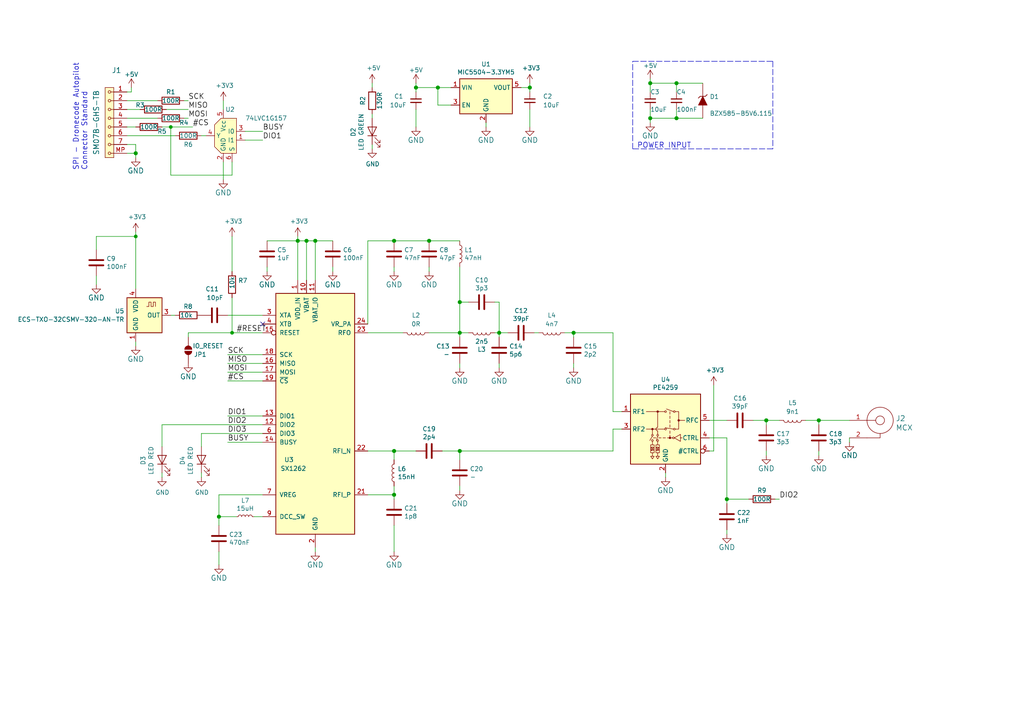
<source format=kicad_sch>
(kicad_sch (version 20231120) (generator "eeschema") (generator_version "8.0")
  (paper "A4")
  (title_block (title "TFLORA01B") (date "2022-01-11") (company "ThunderFly s.r.o.") (comment 2 "LoRa telemetry  module") (comment 3 "info@thunderfly.cz") (comment 4 "GPL 3.0") (comment 6 "jacho,cernohorsky"))
  (lib_symbols
    (symbol "Device:C" (pin_numbers hide) (pin_names (offset 0.254))
      (property "Reference" "C" (at 0.635 2.54 0))
      (property "Value" "C" (at 0.635 -2.54 0))
      (symbol "C_1_1"
        (pin passive line (at 0 3.81 270) (length 2.794) (name "~") (number "1"))
        (pin passive line (at 0 -3.81 90) (length 2.794) (name "~") (number "2"))
      )
    )
    (symbol "Device:LED" (pin_numbers hide) (pin_names (offset 1.016) hide)
      (property "Reference" "D" (at 0 2.54 0))
      (property "Value" "LED" (at 0 -2.54 0))
      (symbol "LED_1_1"
        (pin passive line (at -3.81 0 0) (length 2.54) (name "K") (number "1"))
        (pin passive line (at 3.81 0 180) (length 2.54) (name "A") (number "2"))
      )
    )
    (symbol "Device:R" (pin_numbers hide) (pin_names (offset 0))
      (property "Reference" "R" (at 2.032 0 90))
      (property "Value" "R" (at 0 0 90))
      (symbol "R_1_1"
        (pin passive line (at 0 3.81 270) (length 1.27) (name "~") (number "1"))
        (pin passive line (at 0 -3.81 90) (length 1.27) (name "~") (number "2"))
      )
    )
    (symbol "ISM02A-rescue:C-Device-ISM02A-rescue" (pin_numbers hide) (pin_names (offset 0.254))
      (property "Reference" "C" (at 0.635 2.54 0))
      (property "Value" "C-Device-ISM02A-rescue" (at 0.635 -2.54 0))
      (symbol "C-Device-ISM02A-rescue_1_1"
        (pin passive line (at 0 3.81 270) (length 2.794) (name "~") (number "1"))
        (pin passive line (at 0 -3.81 90) (length 2.794) (name "~") (number "2"))
      )
    )
    (symbol "ISM02A-rescue:C_Small-Device-ISM02A-rescue" (pin_numbers hide) (pin_names (offset 0.254) hide)
      (property "Reference" "C" (at 0.254 1.778 0))
      (property "Value" "C_Small-Device-ISM02A-rescue" (at 0.254 -2.032 0))
      (symbol "C_Small-Device-ISM02A-rescue_1_1"
        (pin passive line (at 0 2.54 270) (length 2.032) (name "~") (number "1"))
        (pin passive line (at 0 -2.54 90) (length 2.032) (name "~") (number "2"))
      )
    )
    (symbol "ISM02A-rescue:L-Device-ISM02A-rescue" (pin_numbers hide) (pin_names (offset 1.016) hide)
      (property "Reference" "L" (at -1.27 0 90))
      (property "Value" "L-Device-ISM02A-rescue" (at 1.905 0 90))
      (symbol "L-Device-ISM02A-rescue_1_1"
        (pin passive line (at 0 3.81 270) (length 1.27) (name "1") (number "1"))
        (pin passive line (at 0 -3.81 90) (length 1.27) (name "2") (number "2"))
      )
    )
    (symbol "ISM02A-rescue:L_Small-Device-ISM02A-rescue" (pin_numbers hide) (pin_names (offset 0.254) hide)
      (property "Reference" "L" (at 0.762 1.016 0))
      (property "Value" "L_Small-Device-ISM02A-rescue" (at 0.762 -1.016 0))
      (symbol "L_Small-Device-ISM02A-rescue_1_1"
        (pin passive line (at 0 2.54 270) (length 0.508) (name "~") (number "1"))
        (pin passive line (at 0 -2.54 90) (length 0.508) (name "~") (number "2"))
      )
    )
    (symbol "ISM02A-rescue:MIC5504-3.3YM5-Regulator_Linear-ISM02A-rescue"
      (property "Reference" "U" (at -7.62 8.89 0))
      (property "Value" "MIC5504-3.3YM5-Regulator_Linear-ISM02A-rescue" (at -7.62 6.35 0))
      (symbol "MIC5504-3.3YM5-Regulator_Linear-ISM02A-rescue_1_1"
        (pin power_in line (at -10.16 2.54 0) (length 2.54) (name "VIN") (number "1"))
        (pin power_in line (at 0 -7.62 90) (length 2.54) (name "GND") (number "2"))
        (pin input line (at -10.16 -2.54 0) (length 2.54) (name "EN") (number "3"))
        (pin no_connect line (at 7.62 -2.54 180) (length 2.54) hide (name "NC") (number "4"))
        (pin power_out line (at 10.16 2.54 180) (length 2.54) (name "VOUT") (number "5"))
      )
    )
    (symbol "ISM02A-rescue:R-Device-ISM02A-rescue" (pin_numbers hide) (pin_names (offset 0))
      (property "Reference" "R" (at 2.032 0 90))
      (property "Value" "R-Device-ISM02A-rescue" (at 0 0 90))
      (symbol "R-Device-ISM02A-rescue_1_1"
        (pin passive line (at 0 3.81 270) (length 1.27) (name "~") (number "1"))
        (pin passive line (at 0 -3.81 90) (length 1.27) (name "~") (number "2"))
      )
    )
    (symbol "ISM02A-rescue:SM07B-GHS-TB-MLAB_CONNECTORS_JST-ISM02A-rescue" (pin_names (offset 1.016))
      (property "Reference" "J" (at 0 -11.43 0))
      (property "Value" "SM07B-GHS-TB-MLAB_CONNECTORS_JST-ISM02A-rescue" (at 0 11.43 0))
      (symbol "SM07B-GHS-TB-MLAB_CONNECTORS_JST-ISM02A-rescue_1_1"
        (pin input line (at -5.08 8.89 0) (length 3.81) (name "~") (number "1"))
        (pin input line (at -5.08 6.35 0) (length 3.81) (name "~") (number "2"))
        (pin input line (at -5.08 3.81 0) (length 3.81) (name "~") (number "3"))
        (pin input line (at -5.08 1.27 0) (length 3.81) (name "~") (number "4"))
        (pin input line (at -5.08 -1.27 0) (length 3.81) (name "~") (number "5"))
        (pin input line (at -5.08 -3.81 0) (length 3.81) (name "~") (number "6"))
        (pin input line (at -5.08 -6.35 0) (length 3.81) (name "~") (number "7"))
        (pin input line (at -5.08 -8.89 0) (length 3.81) (name "~") (number "MP"))
      )
    )
    (symbol "ISM02A-rescue:SMA-MLAB_CONNECTORS" (pin_names (offset 1.016))
      (property "Reference" "J" (at 0 5.08 0))
      (property "Value" "SMA-MLAB_CONNECTORS" (at 3.81 -5.08 0))
      (symbol "SMA-MLAB_CONNECTORS_1_1"
        (pin unspecified line (at -8.89 0 0) (length 5.08) (name "~") (number "1"))
        (pin unspecified line (at -8.89 -5.08 0) (length 5.08) (name "~") (number "2"))
      )
    )
    (symbol "ISM02A-rescue:SX1262-MLAB_IO-ISM02A-rescue" (pin_names (offset 1.016))
      (property "Reference" "U" (at -15.24 25.4 0))
      (property "Value" "SX1262-MLAB_IO-ISM02A-rescue" (at -15.24 22.86 0))
      (symbol "SX1262-MLAB_IO-ISM02A-rescue_1_1"
        (pin power_in line (at -5.08 25.4 270) (length 3.81) (name "VDD_IN") (number "1"))
        (pin power_in line (at -2.54 25.4 270) (length 3.81) (name "VBAT") (number "10"))
        (pin power_in line (at 0 25.4 270) (length 3.81) (name "VBAT_IO") (number "11"))
        (pin bidirectional line (at -15.24 -16.51 0) (length 3.81) (name "DIO2") (number "12"))
        (pin bidirectional line (at -15.24 -13.97 0) (length 3.81) (name "DIO1") (number "13"))
        (pin passive line (at -15.24 -21.59 0) (length 3.81) (name "BUSY") (number "14"))
        (pin input inverted (at -15.24 10.16 0) (length 3.81) (name "RESET") (number "15"))
        (pin output line (at -15.24 1.27 0) (length 3.81) (name "MISO") (number "16"))
        (pin input line (at -15.24 -1.27 0) (length 3.81) (name "MOSI") (number "17"))
        (pin input line (at -15.24 3.81 0) (length 3.81) (name "SCK") (number "18"))
        (pin input line (at -15.24 -3.81 0) (length 3.81) (name "~{CS}") (number "19"))
        (pin power_in line (at 0 -52.07 90) (length 3.81) (name "GND") (number "2"))
        (pin passive line (at 0 -52.07 90) (length 3.81) hide (name "GND") (number "20"))
        (pin input line (at 15.24 -36.83 180) (length 3.81) (name "RFI_P") (number "21"))
        (pin input line (at 15.24 -24.13 180) (length 3.81) (name "RFI_N") (number "22"))
        (pin output line (at 15.24 10.16 180) (length 3.81) (name "RFO") (number "23"))
        (pin unspecified line (at 15.24 12.7 180) (length 3.81) (name "VR_PA") (number "24"))
        (pin power_in line (at 0 -52.07 90) (length 3.81) hide (name "GND") (number "25"))
        (pin bidirectional line (at -15.24 15.24 0) (length 3.81) (name "XTA") (number "3"))
        (pin bidirectional line (at -15.24 12.7 0) (length 3.81) (name "XTB") (number "4"))
        (pin passive line (at 0 -52.07 90) (length 3.81) hide (name "GND") (number "5"))
        (pin bidirectional line (at -15.24 -19.05 0) (length 3.81) (name "DIO3") (number "6"))
        (pin passive line (at -15.24 -36.83 0) (length 3.81) (name "VREG") (number "7"))
        (pin passive line (at 0 -52.07 90) (length 3.81) hide (name "GND") (number "8"))
        (pin passive line (at -15.24 -43.18 0) (length 3.81) (name "DCC_SW") (number "9"))
      )
    )
    (symbol "Jumper:SolderJumper_2_Open" (pin_numbers hide) (pin_names (offset 0) hide) (exclude_from_sim yes) (in_bom no)
      (property "Reference" "JP" (at 0 2.032 0))
      (property "Value" "SolderJumper_2_Open" (at 0 -2.54 0))
      (symbol "SolderJumper_2_Open_1_1"
        (pin passive line (at -3.81 0 0) (length 2.54) (name "A") (number "1"))
        (pin passive line (at 3.81 0 180) (length 2.54) (name "B") (number "2"))
      )
    )
    (symbol "MLAB_D:D_ZENER" (pin_numbers hide) (pin_names (offset 1.016) hide)
      (property "Reference" "D" (at 0 2.54 0))
      (property "Value" "D_ZENER" (at 0 -2.54 0))
      (symbol "D_ZENER_1_1"
        (pin passive line (at -5.08 0 0) (length 3.81) (name "K") (number "1"))
        (pin passive line (at 5.08 0 180) (length 3.81) (name "A") (number "2"))
      )
    )
    (symbol "MLAB_IO:74LVC1G157"
      (property "Reference" "U" (at 5.715 -4.445 0))
      (property "Value" "74LVC1G157" (at 8.89 -6.35 0))
      (symbol "74LVC1G157_0_0"
        (pin input line (at -5.08 -1.27 0) (length 2.54) (name "I1") (number "1"))
        (pin power_in line (at 1.27 -7.62 90) (length 2.54) (name "GND") (number "2"))
        (pin input line (at -5.08 1.27 0) (length 2.54) (name "I0") (number "3"))
        (pin output line (at 6.35 0 180) (length 2.54) (name "Y") (number "4"))
        (pin power_in line (at 1.27 7.62 270) (length 2.54) (name "Vcc") (number "5"))
        (pin input line (at -1.27 -7.62 90) (length 2.54) (name "S") (number "6"))
      )
    )
    (symbol "MLAB_IO:PE4259"
      (property "Reference" "U" (at -10.16 11.43 0))
      (property "Value" "PE4259" (at 1.27 11.43 0))
      (symbol "PE4259_0_0"
        (text "50" (at 2.286 -5.715 900) (effects (font (size 0.635 0.635))))
        (text "50" (at 3.81 -5.715 900) (effects (font (size 0.635 0.635))))
      )
      (symbol "PE4259_1_1"
        (pin passive line (at 12.7 5.08 180) (length 2.54) (name "RF1") (number "1"))
        (pin passive line (at 0 -12.7 90) (length 2.54) (name "GND") (number "2"))
        (pin passive line (at 12.7 0 180) (length 2.54) (name "RF2") (number "3"))
        (pin input line (at -12.7 -2.54 0) (length 2.54) (name "CTRL") (number "4"))
        (pin passive line (at -12.7 2.54 0) (length 2.54) (name "RFC") (number "5"))
        (pin input inverted (at -12.7 -6.35 0) (length 2.54) (name "#CTRL") (number "6"))
      )
    )
    (symbol "Oscillator:FT5HN"
      (property "Reference" "U" (at 1.27 11.43 0))
      (property "Value" "FT5HN" (at 2.54 8.89 0))
      (symbol "FT5HN_1_1"
        (pin power_in line (at -2.54 -7.62 90) (length 2.54) (name "GND") (number "1"))
        (pin passive line (at -2.54 -7.62 90) (length 2.54) hide (name "GND") (number "2"))
        (pin output line (at 7.62 0 180) (length 2.54) (name "OUT") (number "3"))
        (pin power_in line (at -2.54 7.62 270) (length 2.54) (name "VDD") (number "4"))
      )
    )
    (symbol "power:+3.3V" (power) (pin_names (offset 0))
      (property "Value" "+3.3V" (at 0 3.556 0))
      (symbol "+3.3V_1_1"
        (pin power_in line (at 0 0 90) (length 0) hide (name "+3V3") (number "1"))
      )
    )
    (symbol "power:+5V" (power) (pin_names (offset 0))
      (property "Value" "+5V" (at 0 3.556 0))
      (symbol "+5V_1_1"
        (pin power_in line (at 0 0 90) (length 0) hide (name "+5V") (number "1"))
      )
    )
    (symbol "power:GND" (power) (pin_names (offset 0))
      (property "Value" "GND" (at 0 -3.81 0))
      (symbol "GND_1_1"
        (pin power_in line (at 0 0 270) (length 0) hide (name "GND") (number "1"))
      )
    )
  )
  (junction (at 188.595 24.13) (diameter 1.016))
  (junction (at 133.35 130.81) (diameter 1.016))
  (junction (at 196.215 34.29) (diameter 1.016))
  (junction (at 153.67 25.4) (diameter 1.016))
  (junction (at 63.5 149.86) (diameter 1.016))
  (junction (at 39.37 44.45) (diameter 1.016))
  (junction (at 67.31 96.52))
  (junction (at 86.36 69.85) (diameter 1.016))
  (junction (at 222.25 121.92) (diameter 1.016))
  (junction (at 49.53 36.83))
  (junction (at 88.9 69.85) (diameter 1.016))
  (junction (at 133.35 87.63) (diameter 1.016))
  (junction (at 166.37 96.52) (diameter 1.016))
  (junction (at 114.3 130.81) (diameter 1.016))
  (junction (at 133.35 96.52) (diameter 1.016))
  (junction (at 127 25.4) (diameter 1.016))
  (junction (at 91.44 69.85) (diameter 1.016))
  (junction (at 188.595 34.29) (diameter 1.016))
  (junction (at 114.3 143.51) (diameter 1.016))
  (junction (at 120.65 25.4) (diameter 1.016))
  (junction (at 210.82 144.78) (diameter 1.016))
  (junction (at 39.37 68.58))
  (junction (at 114.3 69.85) (diameter 1.016))
  (junction (at 144.78 96.52) (diameter 1.016))
  (junction (at 237.49 121.92) (diameter 1.016))
  (junction (at 124.46 69.85) (diameter 1.016))
  (junction (at 196.215 24.13) (diameter 1.016))
  (no_connect (at 76.2 93.98))
  (wire (pts (xy 144.78 105.41) (xy 144.78 106.68)))
  (wire (pts (xy 67.31 68.58) (xy 67.31 78.74)))
  (wire (pts (xy 67.31 96.52) (xy 76.2 96.52)))
  (wire (pts (xy 127 25.4) (xy 120.65 25.4)))
  (wire (pts (xy 143.51 87.63) (xy 144.78 87.63)))
  (wire (pts (xy 196.215 34.29) (xy 203.835 34.29)))
  (wire (pts (xy 210.82 144.78) (xy 217.17 144.78)))
  (wire (pts (xy 140.97 35.56) (xy 140.97 36.83)))
  (wire (pts (xy 58.42 125.73) (xy 76.2 125.73)))
  (wire (pts (xy 67.31 46.99) (xy 67.31 50.8)))
  (wire (pts (xy 106.68 96.52) (xy 116.84 96.52)))
  (wire (pts (xy 154.94 96.52) (xy 156.21 96.52)))
  (wire (pts (xy 66.04 110.49) (xy 76.2 110.49)))
  (wire (pts (xy 193.04 137.16) (xy 193.04 138.43)))
  (wire (pts (xy 64.77 29.21) (xy 64.77 31.75)))
  (wire (pts (xy 166.37 105.41) (xy 166.37 106.68)))
  (wire (pts (xy 76.2 149.86) (xy 73.66 149.86)))
  (wire (pts (xy 71.12 40.64) (xy 76.2 40.64)))
  (wire (pts (xy 205.74 130.81) (xy 207.01 130.81)))
  (wire (pts (xy 207.01 111.76) (xy 207.01 130.81)))
  (polyline (pts (xy 224.155 17.78) (xy 224.155 43.18)) (stroke (width 0) (type dash)))
  (wire (pts (xy 77.47 69.85) (xy 86.36 69.85)))
  (wire (pts (xy 76.2 143.51) (xy 63.5 143.51)))
  (wire (pts (xy 66.04 128.27) (xy 76.2 128.27)))
  (wire (pts (xy 233.68 121.92) (xy 237.49 121.92)))
  (wire (pts (xy 106.68 143.51) (xy 114.3 143.51)))
  (wire (pts (xy 120.65 31.75) (xy 120.65 36.83)))
  (wire (pts (xy 114.3 69.85) (xy 124.46 69.85)))
  (wire (pts (xy 88.9 69.85) (xy 91.44 69.85)))
  (wire (pts (xy 127 30.48) (xy 127 25.4)))
  (wire (pts (xy 177.8 96.52) (xy 177.8 119.38)))
  (wire (pts (xy 177.8 119.38) (xy 180.34 119.38)))
  (wire (pts (xy 133.35 96.52) (xy 135.89 96.52)))
  (wire (pts (xy 86.36 68.58) (xy 86.36 69.85)))
  (wire (pts (xy 144.78 96.52) (xy 144.78 97.79)))
  (wire (pts (xy 153.67 31.75) (xy 153.67 36.83)))
  (wire (pts (xy 133.35 96.52) (xy 124.46 96.52)))
  (wire (pts (xy 54.61 96.52) (xy 67.31 96.52)))
  (wire (pts (xy 196.215 24.13) (xy 188.595 24.13)))
  (wire (pts (xy 120.65 25.4) (xy 120.65 26.67)))
  (wire (pts (xy 133.35 87.63) (xy 135.89 87.63)))
  (wire (pts (xy 48.26 31.75) (xy 54.61 31.75)))
  (wire (pts (xy 127 25.4) (xy 130.81 25.4)))
  (wire (pts (xy 36.83 44.45) (xy 39.37 44.45)))
  (wire (pts (xy 188.595 22.86) (xy 188.595 24.13)))
  (wire (pts (xy 91.44 69.85) (xy 91.44 81.28)))
  (wire (pts (xy 120.65 24.13) (xy 120.65 25.4)))
  (wire (pts (xy 39.37 44.45) (xy 39.37 45.72)))
  (wire (pts (xy 54.61 97.79) (xy 54.61 96.52)))
  (wire (pts (xy 66.04 102.87) (xy 76.2 102.87)))
  (wire (pts (xy 91.44 69.85) (xy 96.52 69.85)))
  (wire (pts (xy 36.83 41.91) (xy 39.37 41.91)))
  (wire (pts (xy 106.68 130.81) (xy 114.3 130.81)))
  (wire (pts (xy 91.44 158.75) (xy 91.44 160.02)))
  (wire (pts (xy 64.77 46.99) (xy 64.77 52.07)))
  (wire (pts (xy 107.95 33.02) (xy 107.95 34.29)))
  (wire (pts (xy 27.94 68.58) (xy 39.37 68.58)))
  (wire (pts (xy 46.99 36.83) (xy 49.53 36.83)))
  (wire (pts (xy 77.47 77.47) (xy 77.47 78.74)))
  (wire (pts (xy 144.78 96.52) (xy 147.32 96.52)))
  (wire (pts (xy 27.94 68.58) (xy 27.94 72.39)))
  (wire (pts (xy 39.37 99.06) (xy 39.37 100.33)))
  (wire (pts (xy 96.52 77.47) (xy 96.52 78.74)))
  (wire (pts (xy 237.49 130.81) (xy 237.49 132.08)))
  (polyline (pts (xy 183.515 43.18) (xy 183.515 17.78)) (stroke (width 0) (type dash)))
  (wire (pts (xy 114.3 143.51) (xy 114.3 144.78)))
  (wire (pts (xy 49.53 50.8) (xy 49.53 36.83)))
  (wire (pts (xy 67.31 86.36) (xy 67.31 96.52)))
  (wire (pts (xy 144.78 87.63) (xy 144.78 96.52)))
  (wire (pts (xy 188.595 34.29) (xy 188.595 35.56)))
  (polyline (pts (xy 183.515 17.78) (xy 224.155 17.78)) (stroke (width 0) (type dash)))
  (wire (pts (xy 36.83 26.67) (xy 38.1 26.67)))
  (wire (pts (xy 114.3 143.51) (xy 114.3 140.97)))
  (wire (pts (xy 128.27 130.81) (xy 133.35 130.81)))
  (wire (pts (xy 166.37 97.79) (xy 166.37 96.52)))
  (wire (pts (xy 163.83 96.52) (xy 166.37 96.52)))
  (wire (pts (xy 36.83 34.29) (xy 45.72 34.29)))
  (wire (pts (xy 210.82 153.67) (xy 210.82 154.94)))
  (wire (pts (xy 46.99 137.16) (xy 46.99 138.43)))
  (wire (pts (xy 196.215 34.29) (xy 188.595 34.29)))
  (wire (pts (xy 188.595 24.13) (xy 188.595 26.67)))
  (wire (pts (xy 107.95 24.13) (xy 107.95 25.4)))
  (wire (pts (xy 88.9 69.85) (xy 88.9 81.28)))
  (wire (pts (xy 133.35 96.52) (xy 133.35 97.79)))
  (wire (pts (xy 133.35 130.81) (xy 133.35 133.35)))
  (polyline (pts (xy 224.155 43.18) (xy 183.515 43.18)) (stroke (width 0) (type dash)))
  (wire (pts (xy 196.215 31.75) (xy 196.215 34.29)))
  (wire (pts (xy 53.34 34.29) (xy 54.61 34.29)))
  (wire (pts (xy 237.49 121.92) (xy 246.38 121.92)))
  (wire (pts (xy 53.34 29.21) (xy 54.61 29.21)))
  (wire (pts (xy 205.74 127) (xy 210.82 127)))
  (wire (pts (xy 210.82 127) (xy 210.82 144.78)))
  (wire (pts (xy 210.82 144.78) (xy 210.82 146.05)))
  (wire (pts (xy 63.5 149.86) (xy 63.5 152.4)))
  (wire (pts (xy 133.35 140.97) (xy 133.35 142.24)))
  (wire (pts (xy 114.3 130.81) (xy 120.65 130.81)))
  (wire (pts (xy 86.36 69.85) (xy 88.9 69.85)))
  (wire (pts (xy 58.42 129.54) (xy 58.42 125.73)))
  (wire (pts (xy 130.81 30.48) (xy 127 30.48)))
  (wire (pts (xy 133.35 130.81) (xy 177.8 130.81)))
  (wire (pts (xy 177.8 124.46) (xy 180.34 124.46)))
  (wire (pts (xy 177.8 130.81) (xy 177.8 124.46)))
  (wire (pts (xy 38.1 26.67) (xy 38.1 25.4)))
  (wire (pts (xy 203.835 24.13) (xy 196.215 24.13)))
  (wire (pts (xy 86.36 69.85) (xy 86.36 81.28)))
  (wire (pts (xy 133.35 77.47) (xy 133.35 87.63)))
  (wire (pts (xy 58.42 39.37) (xy 59.69 39.37)))
  (wire (pts (xy 133.35 105.41) (xy 133.35 106.68)))
  (wire (pts (xy 196.215 24.13) (xy 196.215 26.67)))
  (wire (pts (xy 224.79 144.78) (xy 226.06 144.78)))
  (wire (pts (xy 76.2 91.44) (xy 66.04 91.44)))
  (wire (pts (xy 68.58 149.86) (xy 63.5 149.86)))
  (wire (pts (xy 222.25 123.19) (xy 222.25 121.92)))
  (wire (pts (xy 39.37 41.91) (xy 39.37 44.45)))
  (wire (pts (xy 166.37 96.52) (xy 177.8 96.52)))
  (wire (pts (xy 106.68 69.85) (xy 114.3 69.85)))
  (wire (pts (xy 246.38 127) (xy 246.38 128.27)))
  (wire (pts (xy 39.37 68.58) (xy 39.37 83.82)))
  (wire (pts (xy 107.95 41.91) (xy 107.95 43.18)))
  (wire (pts (xy 58.42 137.16) (xy 58.42 138.43)))
  (wire (pts (xy 67.31 50.8) (xy 49.53 50.8)))
  (wire (pts (xy 218.44 121.92) (xy 222.25 121.92)))
  (wire (pts (xy 46.99 123.19) (xy 76.2 123.19)))
  (wire (pts (xy 151.13 25.4) (xy 153.67 25.4)))
  (wire (pts (xy 106.68 93.98) (xy 106.68 69.85)))
  (wire (pts (xy 237.49 121.92) (xy 237.49 123.19)))
  (wire (pts (xy 27.94 80.01) (xy 27.94 82.55)))
  (wire (pts (xy 153.67 25.4) (xy 153.67 24.13)))
  (wire (pts (xy 39.37 67.31) (xy 39.37 68.58)))
  (wire (pts (xy 63.5 143.51) (xy 63.5 149.86)))
  (wire (pts (xy 124.46 69.85) (xy 133.35 69.85)))
  (wire (pts (xy 46.99 129.54) (xy 46.99 123.19)))
  (wire (pts (xy 124.46 77.47) (xy 124.46 78.74)))
  (wire (pts (xy 114.3 77.47) (xy 114.3 78.74)))
  (wire (pts (xy 66.04 105.41) (xy 76.2 105.41)))
  (wire (pts (xy 66.04 107.95) (xy 76.2 107.95)))
  (wire (pts (xy 49.53 91.44) (xy 50.8 91.44)))
  (wire (pts (xy 49.53 36.83) (xy 55.88 36.83)))
  (wire (pts (xy 36.83 31.75) (xy 40.64 31.75)))
  (wire (pts (xy 66.04 120.65) (xy 76.2 120.65)))
  (wire (pts (xy 114.3 152.4) (xy 114.3 160.02)))
  (wire (pts (xy 143.51 96.52) (xy 144.78 96.52)))
  (wire (pts (xy 71.12 38.1) (xy 76.2 38.1)))
  (wire (pts (xy 188.595 31.75) (xy 188.595 34.29)))
  (wire (pts (xy 114.3 133.35) (xy 114.3 130.81)))
  (wire (pts (xy 222.25 121.92) (xy 226.06 121.92)))
  (wire (pts (xy 205.74 121.92) (xy 210.82 121.92)))
  (wire (pts (xy 63.5 160.02) (xy 63.5 163.83)))
  (wire (pts (xy 133.35 87.63) (xy 133.35 96.52)))
  (wire (pts (xy 36.83 29.21) (xy 45.72 29.21)))
  (wire (pts (xy 153.67 26.67) (xy 153.67 25.4)))
  (wire (pts (xy 36.83 39.37) (xy 50.8 39.37)))
  (wire (pts (xy 36.83 36.83) (xy 39.37 36.83)))
  (wire (pts (xy 222.25 130.81) (xy 222.25 132.08)))
  (text "SPI - Dronecode Autopilot\nConnector Standard" (at 25.4 49.53 90) (effects (font (size 1.524 1.524)) (justify left bottom)))
  (text "POWER INPUT" (at 184.785 43.18 0) (effects (font (size 1.524 1.524)) (justify left bottom)))
  (label "MOSI" (at 66.04 107.95 0) (effects (font (size 1.524 1.524))))
  (label "DIO1" (at 76.2 40.64 0) (effects (font (size 1.524 1.524))))
  (label "MISO" (at 66.04 105.41 0) (effects (font (size 1.524 1.524))))
  (label "BUSY" (at 66.04 128.27 0) (effects (font (size 1.524 1.524))))
  (label "MOSI" (at 54.61 34.29 0) (effects (font (size 1.524 1.524))))
  (label "SCK" (at 66.04 102.87 0) (effects (font (size 1.524 1.524))))
  (label "SCK" (at 54.61 29.21 0) (effects (font (size 1.524 1.524))))
  (label "#CS" (at 55.88 36.83 0) (effects (font (size 1.524 1.524))))
  (label "DIO2" (at 226.06 144.78 0) (effects (font (size 1.524 1.524))))
  (label "#CS" (at 66.04 110.49 0) (effects (font (size 1.524 1.524))))
  (label "DIO1" (at 66.04 120.65 0) (effects (font (size 1.524 1.524))))
  (label "MISO" (at 54.61 31.75 0) (effects (font (size 1.524 1.524))))
  (label "#RESET" (at 68.58 96.52 0) (effects (font (size 1.524 1.524))))
  (label "BUSY" (at 76.2 38.1 0) (effects (font (size 1.524 1.524))))
  (label "DIO2" (at 66.04 123.19 0) (effects (font (size 1.524 1.524))))
  (label "DIO3" (at 66.04 125.73 0) (effects (font (size 1.524 1.524))))
  (symbol (lib_id "power:GND") (at 188.595 35.56 0) (unit 1)
    (property "Reference" "#PWR07" (effects (hide yes)))
    (property "Value" "GND" (at 188.595 39.37 0) (effects (font (size 1.524 1.524))))
  )
  (symbol (lib_id "ISM02A-rescue:C_Small-Device-ISM02A-rescue") (at 196.215 29.21 0) (unit 1)
    (property "Reference" "C4" (at 196.215 26.67 0) (effects (justify left)))
    (property "Value" "100nF" (at 196.215 31.75 0) (effects (justify left)))
    (property "Footprint" "Capacitor_SMD:C_0603_1608Metric" (effects (hide yes)))
    (property "UST_id" "C0805_100n" (effects (hide yes)))
    (property "UST_ID" "5c70984812875079b91f8bf2" (effects (hide yes)))
  )
  (symbol (lib_id "ISM02A-rescue:SX1262-MLAB_IO-ISM02A-rescue") (at 91.44 106.68 0) (unit 1)
    (property "Reference" "U3" (at 83.82 133.35 0))
    (property "Value" "SX1262" (at 85.09 135.89 0))
    (property "Footprint" "Package_DFN_QFN:QFN-24-1EP_4x4mm_P0.5mm_EP2.6x2.6mm_ThermalVias" (effects (hide yes)))
    (property "Datasheet" "https://semtech.my.salesforce.com/sfc/p/#E0000000JelG/a/2R000000HT76/7Nka9W5WgugoZe.xwIHJy6ebj1hW8UJ.USO_Pt2CLLo" (effects (hide yes)))
    (property "UST_ID" "5dad5866128750448eca19a4" (effects (hide yes)))
  )
  (symbol (lib_id "ISM02A-rescue:SMA-MLAB_CONNECTORS") (at 255.27 121.92 0) (unit 1)
    (property "Reference" "J2" (at 259.7912 121.3612 0) (effects (font (size 1.524 1.524)) (justify left)))
    (property "Value" "MCX" (at 259.7912 124.0536 0) (effects (font (size 1.524 1.524)) (justify left)))
    (property "Footprint" "Mlab_CON:MCX_Molex_73415-1061" (effects (hide yes)))
  )
  (symbol (lib_id "power:+5V") (at 188.595 22.86 0) (unit 1)
    (property "Reference" "#PWR01" (effects (hide yes)))
    (property "Value" "+5V" (at 188.595 19.05 0))
  )
  (symbol (lib_id "ISM02A-rescue:C_Small-Device-ISM02A-rescue") (at 188.595 29.21 0) (unit 1)
    (property "Reference" "C3" (at 188.595 26.67 0) (effects (justify left)))
    (property "Value" "10uF" (at 188.595 31.75 0) (effects (justify left)))
    (property "Footprint" "Capacitor_SMD:C_0805_2012Metric" (effects (hide yes)))
    (property "UST_ID" "5c70984812875079b91f8bbe" (effects (hide yes)))
  )
  (symbol (lib_id "ISM02A-rescue:MIC5504-3.3YM5-Regulator_Linear-ISM02A-rescue") (at 140.97 27.94 0) (unit 1)
    (property "Reference" "U1" (at 140.97 18.6182 0))
    (property "Value" "MIC5504-3.3YM5" (at 140.97 20.9296 0))
    (property "Footprint" "Package_TO_SOT_SMD:SOT-23-5" (effects (hide yes)))
    (property "Datasheet" "http://ww1.microchip.com/downloads/en/DeviceDoc/MIC550X.pdf" (effects (hide yes)))
    (property "UST_ID" "5c7255e81287500b4e112ea2" (effects (hide yes)))
  )
  (symbol (lib_id "power:+5V") (at 120.65 24.13 0) (unit 1)
    (property "Reference" "#PWR03" (effects (hide yes)))
    (property "Value" "+5V" (at 120.65 20.32 0))
  )
  (symbol (lib_id "ISM02A-rescue:C_Small-Device-ISM02A-rescue") (at 153.67 29.21 0) (unit 1)
    (property "Reference" "C2" (at 157.48 27.94 0) (effects (justify left)))
    (property "Value" "10uF" (at 157.48 30.48 0) (effects (justify left)))
    (property "Footprint" "Capacitor_SMD:C_0805_2012Metric" (effects (hide yes)))
    (property "UST_ID" "5c70984812875079b91f8bbe" (effects (hide yes)))
  )
  (symbol (lib_id "power:GND") (at 140.97 36.83 0) (unit 1)
    (property "Reference" "#PWR09" (effects (hide yes)))
    (property "Value" "GND" (at 140.97 40.64 0) (effects (font (size 1.524 1.524))))
  )
  (symbol (lib_id "power:GND") (at 153.67 36.83 0) (unit 1)
    (property "Reference" "#PWR010" (effects (hide yes)))
    (property "Value" "GND" (at 153.67 40.64 0) (effects (font (size 1.524 1.524))))
  )
  (symbol (lib_id "ISM02A-rescue:R-Device-ISM02A-rescue") (at 67.31 82.55 0) (unit 1)
    (property "Reference" "R7" (at 69.088 81.3816 0) (effects (justify left)))
    (property "Value" "10k" (at 67.31 83.82 90) (effects (justify left)))
    (property "Footprint" "Resistor_SMD:R_0603_1608Metric" (effects (hide yes)))
    (property "UST_ID" "5c70984512875079b91f8962" (effects (hide yes)))
  )
  (symbol (lib_id "power:+3.3V") (at 153.67 24.13 0) (unit 1)
    (property "Reference" "#PWR04" (effects (hide yes)))
    (property "Value" "+3V3" (at 154.051 19.7358 0))
  )
  (symbol (lib_id "ISM02A-rescue:C-Device-ISM02A-rescue") (at 77.47 73.66 0) (unit 1)
    (property "Reference" "C5" (at 80.391 72.4916 0) (effects (justify left)))
    (property "Value" "1uF" (at 80.391 74.803 0) (effects (justify left)))
    (property "Footprint" "Capacitor_SMD:C_0603_1608Metric" (effects (hide yes)))
    (property "UST_ID" "5c70984812875079b91f8bc2" (effects (hide yes)))
  )
  (symbol (lib_id "power:GND") (at 77.47 78.74 0) (unit 1)
    (property "Reference" "#PWR017" (effects (hide yes)))
    (property "Value" "GND" (at 77.47 82.55 0) (effects (font (size 1.524 1.524))))
  )
  (symbol (lib_id "power:+3.3V") (at 86.36 68.58 0) (unit 1)
    (property "Reference" "#PWR016" (effects (hide yes)))
    (property "Value" "+3V3" (at 86.741 64.1858 0))
  )
  (symbol (lib_id "power:+3.3V") (at 67.31 68.58 0) (unit 1)
    (property "Reference" "#PWR015" (effects (hide yes)))
    (property "Value" "+3V3" (at 67.691 64.1858 0))
  )
  (symbol (lib_id "ISM02A-rescue:C-Device-ISM02A-rescue") (at 62.23 91.44 90) (unit 1)
    (property "Reference" "C11" (at 63.5 83.82 90) (effects (justify left)))
    (property "Value" "10pF" (at 64.77 86.36 90) (effects (justify left)))
    (property "Footprint" "Capacitor_SMD:C_0603_1608Metric" (effects (hide yes)))
  )
  (symbol (lib_id "power:GND") (at 27.94 82.55 0) (unit 1)
    (property "Reference" "#PWR021" (effects (hide yes)))
    (property "Value" "GND" (at 27.94 86.36 0) (effects (font (size 1.524 1.524))))
  )
  (symbol (lib_id "ISM02A-rescue:C-Device-ISM02A-rescue") (at 114.3 73.66 0) (unit 1)
    (property "Reference" "C7" (at 117.221 72.4916 0) (effects (justify left)))
    (property "Value" "47nF" (at 117.221 74.803 0) (effects (justify left)))
    (property "Footprint" "Capacitor_SMD:C_0603_1608Metric" (effects (hide yes)))
    (property "MFPN" "X7R 1% 16V" (effects (hide yes)))
    (property "UST_ID" "5dad51cf128750448eca18d8" (effects (hide yes)))
  )
  (symbol (lib_id "ISM02A-rescue:C-Device-ISM02A-rescue") (at 124.46 73.66 0) (unit 1)
    (property "Reference" "C8" (at 127.381 72.4916 0) (effects (justify left)))
    (property "Value" "47pF" (at 127.381 74.803 0) (effects (justify left)))
    (property "Footprint" "Capacitor_SMD:C_0603_1608Metric" (effects (hide yes)))
    (property "MFPN" "C0G 5% 50V" (effects (hide yes)))
    (property "UST_ID" "5dad5314128750448eca18f7" (effects (hide yes)))
  )
  (symbol (lib_id "ISM02A-rescue:L-Device-ISM02A-rescue") (at 133.35 73.66 0) (unit 1)
    (property "Reference" "L1" (at 134.6962 72.4916 0) (effects (justify left)))
    (property "Value" "47nH" (at 134.6962 74.803 0) (effects (justify left)))
    (property "Footprint" "Inductor_SMD:L_0402_1005Metric" (effects (hide yes)))
    (property "MFPN" "LQW15AN47NJ00D" (effects (hide yes)))
    (property "UST_ID" "5dad56ba128750448eca1968" (effects (hide yes)))
  )
  (symbol (lib_id "ISM02A-rescue:L-Device-ISM02A-rescue") (at 120.65 96.52 90) (mirror x) (unit 1)
    (property "Reference" "L2" (at 120.65 91.44 90))
    (property "Value" "0R" (at 120.65 93.98 90))
    (property "Footprint" "Inductor_SMD:L_0402_1005Metric" (effects (hide yes)))
    (property "UST_ID" "5c70984512875079b91f8949" (effects (hide yes)))
  )
  (symbol (lib_id "ISM02A-rescue:C-Device-ISM02A-rescue") (at 139.7 87.63 270) (unit 1)
    (property "Reference" "C10" (at 139.7 81.2292 90))
    (property "Value" "3p3" (at 139.7 83.5406 90))
    (property "Footprint" "Capacitor_SMD:C_0603_1608Metric" (effects (hide yes)))
    (property "MFPN" "C0G 0,1pF 50V" (effects (hide yes)))
    (property "UST_ID" "5cd09016128750448e45434f" (effects (hide yes)))
  )
  (symbol (lib_id "ISM02A-rescue:L-Device-ISM02A-rescue") (at 139.7 96.52 90) (mirror x) (unit 1)
    (property "Reference" "L3" (at 139.7 101.346 90))
    (property "Value" "2n5" (at 139.7 99.0346 90))
    (property "Footprint" "Inductor_SMD:L_0402_1005Metric" (effects (hide yes)))
    (property "MFPN" "LQW15AN2N5C00D" (effects (hide yes)))
    (property "UST_ID" "5dad56ff128750448eca1975" (effects (hide yes)))
  )
  (symbol (lib_id "ISM02A-rescue:C-Device-ISM02A-rescue") (at 133.35 101.6 0) (mirror y) (unit 1)
    (property "Reference" "C13" (at 130.429 100.4316 0) (effects (justify left)))
    (property "Value" "-" (at 130.429 102.743 0) (effects (justify left)))
    (property "Footprint" "Capacitor_SMD:C_0603_1608Metric" (effects (hide yes)))
  )
  (symbol (lib_id "ISM02A-rescue:C-Device-ISM02A-rescue") (at 144.78 101.6 0) (unit 1)
    (property "Reference" "C14" (at 147.701 100.4316 0) (effects (justify left)))
    (property "Value" "5p6" (at 147.701 102.743 0) (effects (justify left)))
    (property "Footprint" "Capacitor_SMD:C_0603_1608Metric" (effects (hide yes)))
    (property "MFPN" "C0G 0,25pF 50V" (effects (hide yes)))
    (property "UST_ID" "5dad5450128750448eca1919" (effects (hide yes)))
  )
  (symbol (lib_id "ISM02A-rescue:C-Device-ISM02A-rescue") (at 151.13 96.52 270) (unit 1)
    (property "Reference" "C12" (at 151.13 90.1192 90))
    (property "Value" "39pF" (at 151.13 92.4306 90))
    (property "Footprint" "Capacitor_SMD:C_0603_1608Metric" (effects (hide yes)))
    (property "MFPN" "C0G 5% 50V" (effects (hide yes)))
    (property "UST_ID" "5dad549f128750448eca1926" (effects (hide yes)))
  )
  (symbol (lib_id "ISM02A-rescue:L-Device-ISM02A-rescue") (at 160.02 96.52 90) (mirror x) (unit 1)
    (property "Reference" "L4" (at 160.02 91.44 90))
    (property "Value" "4n7" (at 160.02 93.98 90))
    (property "Footprint" "Inductor_SMD:L_0402_1005Metric" (effects (hide yes)))
    (property "MFPN" "LQW15AN4N7C00D" (effects (hide yes)))
    (property "UST_ID" "5dad574f128750448eca1986" (effects (hide yes)))
  )
  (symbol (lib_id "ISM02A-rescue:C-Device-ISM02A-rescue") (at 166.37 101.6 0) (unit 1)
    (property "Reference" "C15" (at 169.291 100.4316 0) (effects (justify left)))
    (property "Value" "2p2" (at 169.291 102.743 0) (effects (justify left)))
    (property "Footprint" "Capacitor_SMD:C_0603_1608Metric" (effects (hide yes)))
    (property "MFPN" "C0G 0,1pF 50V" (effects (hide yes)))
    (property "UST_ID" "5c70984812875079b91f8bdd" (effects (hide yes)))
  )
  (symbol (lib_id "power:GND") (at 114.3 78.74 0) (unit 1)
    (property "Reference" "#PWR019" (effects (hide yes)))
    (property "Value" "GND" (at 114.3 82.55 0) (effects (font (size 1.524 1.524))))
  )
  (symbol (lib_id "power:GND") (at 124.46 78.74 0) (unit 1)
    (property "Reference" "#PWR020" (effects (hide yes)))
    (property "Value" "GND" (at 124.46 82.55 0) (effects (font (size 1.524 1.524))))
  )
  (symbol (lib_id "ISM02A-rescue:C-Device-ISM02A-rescue") (at 96.52 73.66 0) (unit 1)
    (property "Reference" "C6" (at 99.441 72.4916 0) (effects (justify left)))
    (property "Value" "100nF" (at 99.441 74.803 0) (effects (justify left)))
    (property "Footprint" "Capacitor_SMD:C_0603_1608Metric" (effects (hide yes)))
    (property "UST_ID" "5c70984812875079b91f8bf2" (effects (hide yes)))
  )
  (symbol (lib_id "power:GND") (at 96.52 78.74 0) (unit 1)
    (property "Reference" "#PWR018" (effects (hide yes)))
    (property "Value" "GND" (at 96.52 82.55 0) (effects (font (size 1.524 1.524))))
  )
  (symbol (lib_id "ISM02A-rescue:L_Small-Device-ISM02A-rescue") (at 71.12 149.86 90) (unit 1)
    (property "Reference" "L7" (at 71.12 145.161 90))
    (property "Value" "15uH" (at 71.12 147.4724 90))
    (property "Footprint" "Inductor_SMD:L_0805_2012Metric" (effects (hide yes)))
    (property "MFPN" "MLZ2012M150W 0805" (effects (hide yes)))
    (property "UST_ID" "5dad55e8128750448eca1941" (effects (hide yes)))
  )
  (symbol (lib_id "ISM02A-rescue:C-Device-ISM02A-rescue") (at 63.5 156.21 0) (unit 1)
    (property "Reference" "C23" (at 66.421 155.0416 0) (effects (justify left)))
    (property "Value" "470nF" (at 66.421 157.353 0) (effects (justify left)))
    (property "Footprint" "Capacitor_SMD:C_0603_1608Metric" (effects (hide yes)))
    (property "MFPN" "X5R 10% 10V" (effects (hide yes)))
    (property "UST_ID" "5dad50c1128750448eca18c6" (effects (hide yes)))
  )
  (symbol (lib_id "power:GND") (at 63.5 163.83 0) (unit 1)
    (property "Reference" "#PWR038" (effects (hide yes)))
    (property "Value" "GND" (at 63.5 167.64 0) (effects (font (size 1.524 1.524))))
  )
  (symbol (lib_id "power:GND") (at 91.44 160.02 0) (unit 1)
    (property "Reference" "#PWR036" (effects (hide yes)))
    (property "Value" "GND" (at 91.44 163.83 0) (effects (font (size 1.524 1.524))))
  )
  (symbol (lib_id "ISM02A-rescue:C_Small-Device-ISM02A-rescue") (at 120.65 29.21 0) (unit 1)
    (property "Reference" "C1" (at 114.3 27.94 0) (effects (justify left)))
    (property "Value" "10uF" (at 113.03 30.48 0) (effects (justify left)))
    (property "Footprint" "Capacitor_SMD:C_0805_2012Metric" (effects (hide yes)))
    (property "UST_ID" "5c70984812875079b91f8bbe" (effects (hide yes)))
  )
  (symbol (lib_id "power:GND") (at 120.65 36.83 0) (unit 1)
    (property "Reference" "#PWR08" (effects (hide yes)))
    (property "Value" "GND" (at 120.65 40.64 0) (effects (font (size 1.524 1.524))))
  )
  (symbol (lib_id "power:GND") (at 133.35 106.68 0) (unit 1)
    (property "Reference" "#PWR024" (effects (hide yes)))
    (property "Value" "GND" (at 133.35 110.49 0) (effects (font (size 1.524 1.524))))
  )
  (symbol (lib_id "power:GND") (at 144.78 106.68 0) (unit 1)
    (property "Reference" "#PWR025" (effects (hide yes)))
    (property "Value" "GND" (at 144.78 110.49 0) (effects (font (size 1.524 1.524))))
  )
  (symbol (lib_id "power:GND") (at 166.37 106.68 0) (unit 1)
    (property "Reference" "#PWR026" (effects (hide yes)))
    (property "Value" "GND" (at 166.37 110.49 0) (effects (font (size 1.524 1.524))))
  )
  (symbol (lib_id "ISM02A-rescue:L-Device-ISM02A-rescue") (at 114.3 137.16 180) (unit 1)
    (property "Reference" "L6" (at 115.3414 135.9916 0) (effects (justify right)))
    (property "Value" "15nH" (at 115.3414 138.303 0) (effects (justify right)))
    (property "Footprint" "Inductor_SMD:L_0402_1005Metric" (effects (hide yes)))
    (property "MFPN" "LQW15AN15NH00D" (effects (hide yes)))
    (property "UST_ID" "5dad566c128750448eca1959" (effects (hide yes)))
  )
  (symbol (lib_id "ISM02A-rescue:C-Device-ISM02A-rescue") (at 124.46 130.81 270) (unit 1)
    (property "Reference" "C19" (at 124.46 124.4092 90))
    (property "Value" "2p4" (at 124.46 126.7206 90))
    (property "Footprint" "Capacitor_SMD:C_0603_1608Metric" (effects (hide yes)))
    (property "MFPN" "C0G 0,1pF 50V" (effects (hide yes)))
    (property "UST_ID" "5dad53d8128750448eca1906" (effects (hide yes)))
  )
  (symbol (lib_id "ISM02A-rescue:C-Device-ISM02A-rescue") (at 133.35 137.16 0) (unit 1)
    (property "Reference" "C20" (at 136.271 135.9916 0) (effects (justify left)))
    (property "Value" "-" (at 136.271 138.303 0) (effects (justify left)))
    (property "Footprint" "Capacitor_SMD:C_0603_1608Metric" (effects (hide yes)))
  )
  (symbol (lib_id "ISM02A-rescue:C-Device-ISM02A-rescue") (at 114.3 148.59 0) (unit 1)
    (property "Reference" "C21" (at 117.221 147.4216 0) (effects (justify left)))
    (property "Value" "1p8" (at 117.221 149.733 0) (effects (justify left)))
    (property "Footprint" "Capacitor_SMD:C_0603_1608Metric" (effects (hide yes)))
    (property "MFPN" "C0G 0,1pF 50V" (effects (hide yes)))
    (property "UST_ID" "5dad52a4128750448eca18e8" (effects (hide yes)))
  )
  (symbol (lib_id "power:GND") (at 114.3 160.02 0) (unit 1)
    (property "Reference" "#PWR037" (effects (hide yes)))
    (property "Value" "GND" (at 114.3 163.83 0) (effects (font (size 1.524 1.524))))
  )
  (symbol (lib_id "power:GND") (at 133.35 142.24 0) (unit 1)
    (property "Reference" "#PWR034" (effects (hide yes)))
    (property "Value" "GND" (at 133.35 146.05 0) (effects (font (size 1.524 1.524))))
  )
  (symbol (lib_id "ISM02A-rescue:C-Device-ISM02A-rescue") (at 214.63 121.92 270) (unit 1)
    (property "Reference" "C16" (at 214.63 115.5192 90))
    (property "Value" "39pF" (at 214.63 117.8306 90))
    (property "Footprint" "Capacitor_SMD:C_0603_1608Metric" (effects (hide yes)))
    (property "MFPN" "C0G 5% 50V" (effects (hide yes)))
    (property "UST_ID" "5dad549f128750448eca1926" (effects (hide yes)))
  )
  (symbol (lib_id "ISM02A-rescue:C-Device-ISM02A-rescue") (at 222.25 127 180) (unit 1)
    (property "Reference" "C17" (at 225.171 125.8316 0) (effects (justify right)))
    (property "Value" "3p3" (at 225.171 128.143 0) (effects (justify right)))
    (property "Footprint" "Capacitor_SMD:C_0603_1608Metric" (effects (hide yes)))
    (property "MFPN" "C0G 0,1pF 50V" (effects (hide yes)))
    (property "UST_ID" "5cd09016128750448e45434f" (effects (hide yes)))
  )
  (symbol (lib_id "ISM02A-rescue:L-Device-ISM02A-rescue") (at 229.87 121.92 90) (mirror x) (unit 1)
    (property "Reference" "L5" (at 229.87 116.84 90))
    (property "Value" "9n1" (at 229.87 119.38 90))
    (property "Footprint" "Inductor_SMD:L_0402_1005Metric" (effects (hide yes)))
    (property "MFPN" "LQW15AN9N1H00D" (effects (hide yes)))
    (property "UST_ID" "5dad5789128750448eca1995" (effects (hide yes)))
  )
  (symbol (lib_id "ISM02A-rescue:C-Device-ISM02A-rescue") (at 237.49 127 180) (unit 1)
    (property "Reference" "C18" (at 240.411 125.8316 0) (effects (justify right)))
    (property "Value" "3p3" (at 240.411 128.143 0) (effects (justify right)))
    (property "Footprint" "Capacitor_SMD:C_0603_1608Metric" (effects (hide yes)))
    (property "MFPN" "C0G 0,1pF 50V" (effects (hide yes)))
    (property "UST_ID" "5cd09016128750448e45434f" (effects (hide yes)))
  )
  (symbol (lib_id "power:GND") (at 222.25 132.08 0) (unit 1)
    (property "Reference" "#PWR029" (effects (hide yes)))
    (property "Value" "GND" (at 222.25 135.89 0) (effects (font (size 1.524 1.524))))
  )
  (symbol (lib_id "power:GND") (at 237.49 132.08 0) (unit 1)
    (property "Reference" "#PWR030" (effects (hide yes)))
    (property "Value" "GND" (at 237.49 135.89 0) (effects (font (size 1.524 1.524))))
  )
  (symbol (lib_id "power:GND") (at 246.38 128.27 0) (unit 1)
    (property "Reference" "#PWR028" (effects (hide yes)))
    (property "Value" "GND" (at 246.38 132.08 0) (effects (font (size 1.524 1.524))))
  )
  (symbol (lib_id "power:GND") (at 39.37 100.33 0) (unit 1)
    (property "Reference" "#PWR022" (effects (hide yes)))
    (property "Value" "GND" (at 39.37 104.14 0) (effects (font (size 1.524 1.524))))
  )
  (symbol (lib_id "ISM02A-rescue:C-Device-ISM02A-rescue") (at 27.94 76.2 0) (unit 1)
    (property "Reference" "C9" (at 30.861 75.0316 0) (effects (justify left)))
    (property "Value" "100nF" (at 30.861 77.343 0) (effects (justify left)))
    (property "Footprint" "Capacitor_SMD:C_0603_1608Metric" (effects (hide yes)))
    (property "UST_ID" "5c70984812875079b91f8bf2" (effects (hide yes)))
  )
  (symbol (lib_id "Device:R") (at 107.95 29.21 0) (unit 1)
    (property "Reference" "R2" (at 105.2322 29.21 90))
    (property "Value" "130R" (at 110.084 29.21 90))
    (property "Footprint" "Resistor_SMD:R_0603_1608Metric" (effects (hide yes)))
    (property "UST_ID" "5cd08b17128750448e4542b1" (effects (hide yes)))
  )
  (symbol (lib_id "power:GND") (at 58.42 138.43 0) (unit 1)
    (property "Reference" "#PWR032" (effects (hide yes)))
    (property "Value" "GND" (at 58.547 142.8242 0))
  )
  (symbol (lib_id "Device:R") (at 54.61 39.37 90) (unit 1)
    (property "Reference" "R6" (at 54.61 41.91 90))
    (property "Value" "100R" (at 54.61 39.37 90))
    (property "Footprint" "Resistor_SMD:R_0603_1608Metric" (effects (hide yes)))
    (property "UST_ID" "5c70984512875079b91f8956" (effects (hide yes)))
  )
  (symbol (lib_id "ISM02A-rescue:R-Device-ISM02A-rescue") (at 54.61 91.44 90) (unit 1)
    (property "Reference" "R8" (at 55.88 88.9 90) (effects (justify left)))
    (property "Value" "10k" (at 55.88 91.44 90) (effects (justify left)))
    (property "Footprint" "Resistor_SMD:R_0603_1608Metric" (effects (hide yes)))
    (property "UST_ID" "5c70984512875079b91f8962" (effects (hide yes)))
  )
  (symbol (lib_id "power:+5V") (at 38.1 25.4 0) (unit 1)
    (property "Reference" "#PWR05" (effects (hide yes)))
    (property "Value" "+5V" (at 38.1 21.59 0))
  )
  (symbol (lib_id "power:+3.3V") (at 39.37 67.31 0) (unit 1)
    (property "Reference" "#PWR014" (effects (hide yes)))
    (property "Value" "+3V3" (at 39.751 62.9158 0))
  )
  (symbol (lib_id "power:GND") (at 54.61 105.41 0) (unit 1)
    (property "Reference" "#PWR023" (effects (hide yes)))
    (property "Value" "GND" (at 54.61 109.22 0) (effects (font (size 1.524 1.524))))
  )
  (symbol (lib_id "MLAB_D:D_ZENER") (at 203.835 29.21 270) (unit 1)
    (property "Reference" "D1" (at 205.8416 28.0416 90) (effects (justify left)))
    (property "Value" "BZX585-B5V6.115" (at 205.842 32.893 90) (effects (justify left)))
    (property "Footprint" "Diode_SMD:D_SOD-523" (effects (hide yes)))
    (property "UST_ID" "60879d38128750769ee58e48" (effects (hide yes)))
  )
  (symbol (lib_id "Device:LED") (at 58.42 133.35 90) (unit 1)
    (property "Reference" "D4" (at 52.9336 133.5786 0))
    (property "Value" "LED RED" (at 55.245 133.5786 0))
    (property "Footprint" "Mlab_D:LED_1206_mill" (effects (hide yes)))
    (property "UST_ID" "5c70984412875079b91f8896" (effects (hide yes)))
  )
  (symbol (lib_id "Oscillator:FT5HN") (at 41.91 91.44 0) (unit 1)
    (property "Reference" "U5" (at 36.0681 90.2278 0) (effects (justify right)))
    (property "Value" "ECS-TXO-32CSMV-320-AN-TR" (at 36.0681 92.6521 0) (effects (justify right)))
    (property "Footprint" "Oscillator:Oscillator_SMD_Abracon_ASE-4Pin_3.2x2.5mm" (effects (hide yes)))
    (property "Datasheet" "https://eu.mouser.com/datasheet/2/122/ECS_TXO_32CSMV-1663895.pdf" (effects (hide yes)))
    (property "Description" "TCXO Oscillators 32.000 MHz MultiVolt TCXO Clipped Sine Wave 1.7 - 3.465V +/-500ppb -40 - +85C 3.2 x 2.5mm 4-SMD" (effects (hide yes)))
  )
  (symbol (lib_id "Device:R") (at 44.45 31.75 90) (unit 1)
    (property "Reference" "R3" (at 40.64 30.48 90))
    (property "Value" "100R" (at 44.45 31.75 90))
    (property "Footprint" "Resistor_SMD:R_0603_1608Metric" (effects (hide yes)))
    (property "UST_ID" "5c70984512875079b91f8956" (effects (hide yes)))
  )
  (symbol (lib_id "Device:R") (at 43.18 36.83 90) (unit 1)
    (property "Reference" "R5" (at 46.99 38.1 90))
    (property "Value" "100R" (at 43.18 36.83 90))
    (property "Footprint" "Resistor_SMD:R_0603_1608Metric" (effects (hide yes)))
    (property "UST_ID" "5c70984512875079b91f8956" (effects (hide yes)))
  )
  (symbol (lib_id "Device:LED") (at 46.99 133.35 90) (unit 1)
    (property "Reference" "D3" (at 41.5036 133.5786 0))
    (property "Value" "LED RED" (at 43.815 133.5786 0))
    (property "Footprint" "Mlab_D:LED_1206_mill" (effects (hide yes)))
    (property "UST_ID" "5c70984412875079b91f8896" (effects (hide yes)))
  )
  (symbol (lib_id "ISM02A-rescue:SM07B-GHS-TB-MLAB_CONNECTORS_JST-ISM02A-rescue") (at 31.75 35.56 0) (mirror y) (unit 1)
    (property "Reference" "J1" (at 33.8074 20.3962 0) (effects (font (size 1.524 1.524))))
    (property "Value" "SM07B-GHS-TB" (at 27.94 35.56 90) (effects (font (size 1.524 1.524))))
    (property "Footprint" "Connector_JST:JST_GH_SM07B-GHS-TB_1x07-1MP_P1.25mm_Horizontal" (effects (hide yes)))
    (property "UST_ID" "5c7250081287500b4e112e78" (effects (hide yes)))
  )
  (symbol (lib_id "power:+5V") (at 107.95 24.13 0) (unit 1)
    (property "Reference" "#PWR02" (effects (hide yes)))
    (property "Value" "+5V" (at 108.331 19.7358 0))
  )
  (symbol (lib_id "power:GND") (at 193.04 138.43 0) (unit 1)
    (property "Reference" "#PWR033" (effects (hide yes)))
    (property "Value" "GND" (at 193.04 142.24 0) (effects (font (size 1.524 1.524))))
  )
  (symbol (lib_id "power:GND") (at 64.77 52.07 0) (unit 1)
    (property "Reference" "#PWR013" (effects (hide yes)))
    (property "Value" "GND" (at 64.77 55.88 0) (effects (font (size 1.524 1.524))))
  )
  (symbol (lib_id "power:GND") (at 107.95 43.18 0) (unit 1)
    (property "Reference" "#PWR011" (effects (hide yes)))
    (property "Value" "GND" (at 108.077 47.5742 0))
  )
  (symbol (lib_id "Device:R") (at 49.53 29.21 90) (unit 1)
    (property "Reference" "R1" (at 49.53 26.67 90))
    (property "Value" "100R" (at 49.53 29.21 90))
    (property "Footprint" "Resistor_SMD:R_0603_1608Metric" (effects (hide yes)))
    (property "UST_ID" "5c70984512875079b91f8956" (effects (hide yes)))
  )
  (symbol (lib_id "power:GND") (at 210.82 154.94 0) (unit 1)
    (property "Reference" "#PWR035" (effects (hide yes)))
    (property "Value" "GND" (at 210.82 158.75 0) (effects (font (size 1.524 1.524))))
  )
  (symbol (lib_id "Device:C") (at 210.82 149.86 0) (unit 1)
    (property "Reference" "C22" (at 213.7411 148.7106 0) (effects (justify left)))
    (property "Value" "1nF" (at 213.741 151.009 0) (effects (justify left)))
    (property "Footprint" "Capacitor_SMD:C_0603_1608Metric" (effects (hide yes)))
    (property "UST_ID" "5c70984812875079b91f8bec" (effects (hide yes)))
  )
  (symbol (lib_id "power:GND") (at 46.99 138.43 0) (unit 1)
    (property "Reference" "#PWR031" (effects (hide yes)))
    (property "Value" "GND" (at 47.117 142.8242 0))
  )
  (symbol (lib_id "MLAB_IO:74LVC1G157") (at 66.04 39.37 0) (mirror y) (unit 1)
    (property "Reference" "U2" (at 65.3541 31.75 0) (effects (justify right)))
    (property "Value" "74LVC1G157" (at 71.12 34.29 0) (effects (justify right)))
    (property "Footprint" "Package_TO_SOT_SMD:SOT-363_SC-70-6" (effects (hide yes)))
    (property "Datasheet" "https://www.tme.eu/Document/3af3c01614330665a6102aec55591437/74LVC1G157.pdf" (effects (hide yes)))
  )
  (symbol (lib_id "Device:R") (at 49.53 34.29 90) (unit 1)
    (property "Reference" "R4" (at 53.34 35.56 90))
    (property "Value" "100R" (at 49.53 34.29 90))
    (property "Footprint" "Resistor_SMD:R_0603_1608Metric" (effects (hide yes)))
    (property "UST_ID" "5c70984512875079b91f8956" (effects (hide yes)))
  )
  (symbol (lib_id "MLAB_IO:PE4259") (at 193.04 124.46 0) (mirror y) (unit 1)
    (property "Reference" "U4" (at 193.04 110.0898 0))
    (property "Value" "PE4259" (at 193.04 112.3885 0))
    (property "Footprint" "Package_TO_SOT_SMD:SOT-363_SC-70-6" (effects (hide yes)))
    (property "Datasheet" "https://www.psemi.com/pdf/datasheets/pe4259ds.pdf" (effects (hide yes)))
    (property "UST_ID" "5face19b12875025b3977e15" (effects (hide yes)))
  )
  (symbol (lib_id "power:+3.3V") (at 64.77 29.21 0) (unit 1)
    (property "Reference" "#PWR06" (effects (hide yes)))
    (property "Value" "+3V3" (at 65.151 24.8158 0))
  )
  (symbol (lib_id "Device:LED") (at 107.95 38.1 90) (unit 1)
    (property "Reference" "D2" (at 102.4636 38.3286 0))
    (property "Value" "LED GREEN" (at 104.775 38.329 0))
    (property "Footprint" "Mlab_D:LED_1206_mill" (effects (hide yes)))
    (property "UST_ID" "5c70984412875079b91f8895" (effects (hide yes)))
  )
  (symbol (lib_id "power:GND") (at 39.37 45.72 0) (unit 1)
    (property "Reference" "#PWR012" (effects (hide yes)))
    (property "Value" "GND" (at 39.37 49.53 0) (effects (font (size 1.524 1.524))))
  )
  (symbol (lib_id "power:+3.3V") (at 207.01 111.76 0) (unit 1)
    (property "Reference" "#PWR027" (effects (hide yes)))
    (property "Value" "+3V3" (at 207.391 107.3658 0))
  )
  (symbol (lib_id "Device:R") (at 220.98 144.78 90) (unit 1)
    (property "Reference" "R9" (at 220.98 142.24 90))
    (property "Value" "100R" (at 220.98 144.78 90))
    (property "Footprint" "Resistor_SMD:R_0603_1608Metric" (effects (hide yes)))
    (property "UST_ID" "5c70984512875079b91f8956" (effects (hide yes)))
  )
  (symbol (lib_id "Jumper:SolderJumper_2_Open") (at 54.61 101.6 90) (mirror x) (unit 1) (exclude_from_sim yes) (in_bom no)
    (property "Reference" "JP1" (at 56.261 102.8122 90) (effects (justify right)))
    (property "Value" "IO_RESET" (at 55.88 100.33 90) (effects (justify right)))
    (property "Description" "Solder Jumper, 2-pole, open" (effects (hide yes)))
  )
)
</source>
